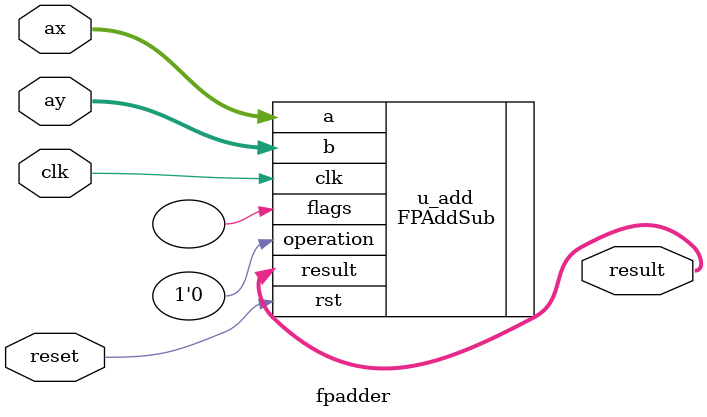
<source format=v>
`define EXPONENT 5
`define MANTISSA 10
`define SIGN 1
`define DWIDTH (`SIGN+`EXPONENT+`MANTISSA)
`define IEEE_COMPLIANCE 1

module fpadder(
        clk,
        reset,
        ax,
        ay,
        result
        );

  input clk;
  input reset;
  input [`DWIDTH-1:0] ax;
  input [`DWIDTH-1:0] ay;
  output [`DWIDTH-1:0] result;


  FPAddSub u_add(.clk(clk), .rst(reset), .a(ax), .b(ay), .operation(1'b0), .result(result), .flags());



endmodule


</source>
